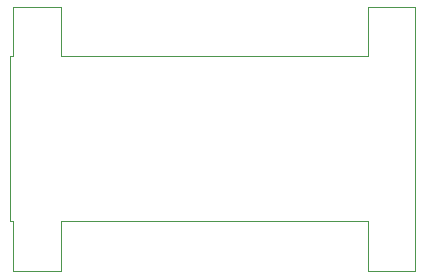
<source format=gbr>
%TF.GenerationSoftware,KiCad,Pcbnew,(5.99.0-11678-ga208dac8d8)*%
%TF.CreationDate,2021-09-17T02:16:08+07:00*%
%TF.ProjectId,sharp_memory_display,73686172-705f-46d6-956d-6f72795f6469,rev?*%
%TF.SameCoordinates,Original*%
%TF.FileFunction,Profile,NP*%
%FSLAX46Y46*%
G04 Gerber Fmt 4.6, Leading zero omitted, Abs format (unit mm)*
G04 Created by KiCad (PCBNEW (5.99.0-11678-ga208dac8d8)) date 2021-09-17 02:16:08*
%MOMM*%
%LPD*%
G01*
G04 APERTURE LIST*
%TA.AperFunction,Profile*%
%ADD10C,0.050000*%
%TD*%
G04 APERTURE END LIST*
D10*
X26752642Y-41690389D02*
X26752642Y-40490389D01*
X22752642Y-41690389D02*
X26752642Y-41690389D01*
X22752642Y-40490389D02*
X22752642Y-41690389D01*
X22752642Y-19290389D02*
X22752642Y-20490389D01*
X26752642Y-19290389D02*
X22752642Y-19290389D01*
X26752642Y-20490389D02*
X26752642Y-19290389D01*
X52752642Y-19290389D02*
X52752642Y-20490389D01*
X56752642Y-19290389D02*
X52752642Y-19290389D01*
X56752642Y-20490389D02*
X56752642Y-19290389D01*
X52752642Y-41690389D02*
X52752642Y-40490389D01*
X56752642Y-41690389D02*
X52752642Y-41690389D01*
X56752642Y-40490389D02*
X56752642Y-41690389D01*
X22502642Y-37490389D02*
X22752642Y-37490389D01*
X52752642Y-40490389D02*
X52752642Y-39490389D01*
X52752642Y-20490389D02*
X52752642Y-21490389D01*
X22752642Y-20490389D02*
X22752642Y-21490389D01*
X22752642Y-40490389D02*
X22752642Y-39490389D01*
X26752642Y-39490389D02*
X26752642Y-40490389D01*
X56752642Y-39490389D02*
X56752642Y-40490389D01*
X22752642Y-37490389D02*
X22752642Y-39490389D01*
X52752642Y-39490389D02*
X52752641Y-37490389D01*
X56752642Y-23490389D02*
X56752642Y-21490389D01*
X56752642Y-37490389D02*
X56752642Y-23490389D01*
X26752642Y-39490389D02*
X26752642Y-37490389D01*
X56752642Y-37490389D02*
X56752641Y-39490389D01*
X52752642Y-21490389D02*
X52752642Y-23490389D01*
X22502642Y-23490389D02*
X22502642Y-37490389D01*
X26752642Y-37490389D02*
X52752641Y-37490389D01*
X56752642Y-21490389D02*
X56752642Y-20490389D01*
X26752642Y-21490389D02*
X26752642Y-23490389D01*
X22752642Y-23490389D02*
X22502642Y-23490389D01*
X52752642Y-23490389D02*
X26752642Y-23490389D01*
X22752642Y-23490389D02*
X22752642Y-21490389D01*
X26752642Y-21490389D02*
X26752642Y-20490389D01*
M02*

</source>
